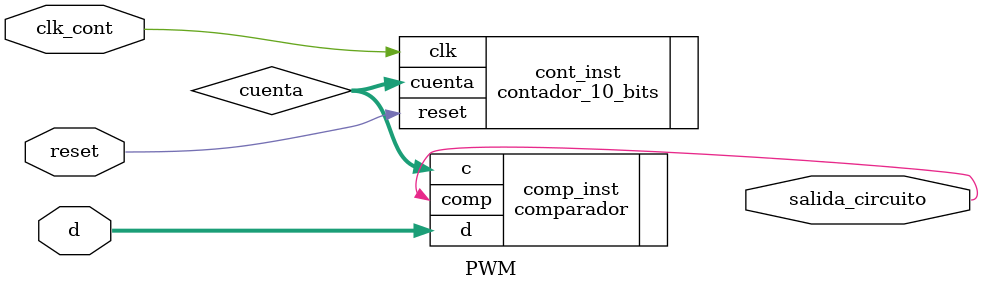
<source format=v>
`timescale 1ns / 1ps
module PWM(input wire clk_cont, input wire reset, input wire[6:0] d, output wire salida_circuito);

wire [6:0]cuenta;
wire rco;
comparador comp_inst(
	
	.c(cuenta),
	.d(d),
	.comp(salida_circuito)
	
);

contador_10_bits cont_inst(
	.clk(clk_cont),
		.reset(reset),
		//.rco(rco),
		.cuenta(cuenta)
);

endmodule
</source>
